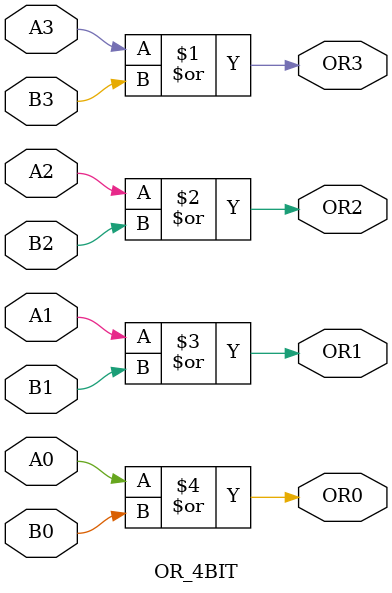
<source format=v>
/*
Lab 7
Name: Houston/Segal
Date: 02-20-2014
Title: 4-bit OR logic function in Verilog Data Flow method
*/

module OR_4BIT(A3,A2,A1,A0,B3,B2,B1,B0,OR3,OR2,OR1,OR0);
input A3,A2,A1,A0,B3,B2,B1,B0;
output OR3,OR2,OR1,OR0;

assign OR3 = A3 | B3;
assign OR2 = A2 | B2;
assign OR1 = A1 | B1;
assign OR0 = A0 | B0;

endmodule

</source>
